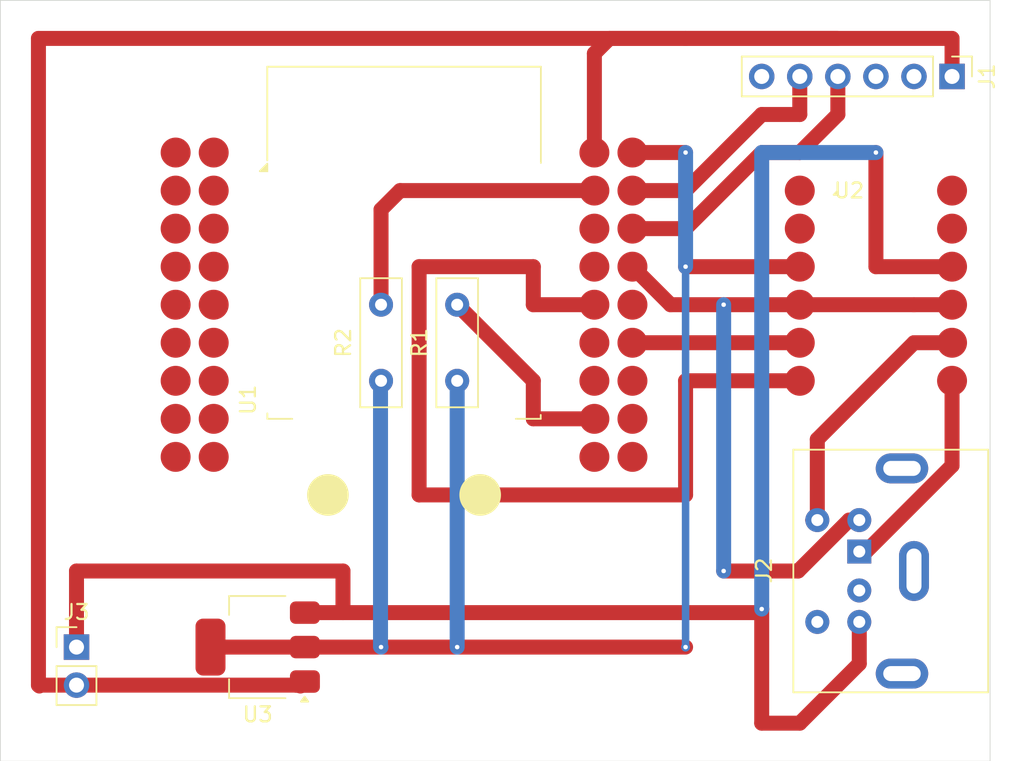
<source format=kicad_pcb>
(kicad_pcb (version 20221018) (generator pcbnew)
  (layers (0 "F.Cu" signal) (31 "B.Cu" signal) (34 "B.Paste" user) (35 "F.Paste" user) (36 "B.SilkS" user "B.Silkscreen") (37 "F.SilkS" user "F.Silkscreen") (38 "B.Mask" user) (39 "F.Mask" user) (44 "Edge.Cuts" user))
  (net 0 "")
  (net 1 "GND")
  (net 3 "Net-(J1-RX)")
  (net 4 "+3V3")
  (net 6 "Net-(J1-TX)")
  (net 35 "Net-(U1-IO19)")
  (net 36 "Net-(U1-IO18)")
  (net 41 "+5V")
  (net 44 "Net-(U2-HV4)")
  (net 45 "Net-(U2-HW3)")
  (net 46 "Net-(U1-IO00)")
  (net 47 "Net-(U1-EN)")
  (footprint "LocalLibrary:LevelConverter" (layer "F.Cu") (at 76.2 38.1)
    (fp_text reference "U2" (at -1.79 -5.08) (layer "F.SilkS"))
    (fp_text value "LevelConverter")
    (fp_poly (pts (xy -2.54 -4.8) (xy -2.82 -4.8) (xy -2.54 -5.08) (xy -2.54 -4.8)) (stroke (width 0.12)) (fill solid) (layer "F.SilkS"))
    (pad "1" smd circle (at -5.08 -5.08 270) (size 2 2) (layers "F.Cu" "F.Paste" "F.Mask"))
    (pad "2" smd circle (at -5.08 -2.54 270) (size 2 2) (layers "F.Cu" "F.Paste" "F.Mask"))
    (pad "3" smd circle (at -5.08 0 270) (size 2 2) (layers "F.Cu" "F.Paste" "F.Mask") (net 4 "+3V3"))
    (pad "4" smd circle (at -5.08 2.54 270) (size 2 2) (layers "F.Cu" "F.Paste" "F.Mask") (net 1 "GND"))
    (pad "5" smd circle (at -5.08 5.08 270) (size 2 2) (layers "F.Cu" "F.Paste" "F.Mask") (net 36 "Net-(U1-IO18)"))
    (pad "6" smd circle (at -5.08 7.62 270) (size 2 2) (layers "F.Cu" "F.Paste" "F.Mask") (net 35 "Net-(U1-IO19)"))
    (pad "7" smd circle (at 5.08 -5.08 270) (size 2 2) (layers "F.Cu" "F.Paste" "F.Mask"))
    (pad "8" smd circle (at 5.08 -2.54 270) (size 2 2) (layers "F.Cu" "F.Paste" "F.Mask"))
    (pad "9" smd circle (at 5.08 0 270) (size 2 2) (layers "F.Cu" "F.Paste" "F.Mask") (net 41 "+5V"))
    (pad "10" smd circle (at 5.08 2.54 270) (size 2 2) (layers "F.Cu" "F.Paste" "F.Mask") (net 1 "GND"))
    (pad "11" smd circle (at 5.08 5.08) (size 2 2) (layers "F.Cu" "F.Paste" "F.Mask") (net 45 "Net-(U2-HW3)"))
    (pad "12" smd circle (at 5.08 7.62) (size 2 2) (layers "F.Cu" "F.Paste" "F.Mask") (net 44 "Net-(U2-HV4)"))
  )
  (footprint "Package_TO_SOT_SMD:SOT-223-3_TabPin2" (layer "F.Cu") (at 34.95 63.5 180)
    (fp_text reference "U3" (at 0 -4.5) (layer "F.SilkS"))
    (fp_text value "AP1117-33")
    (fp_line (start -1.85 -3.41) (end 1.91 -3.41) (stroke (width 0.12)) (layer "F.SilkS"))
    (fp_line (start -1.85 3.41) (end 1.91 3.41) (stroke (width 0.12)) (layer "F.SilkS"))
    (fp_line (start 1.91 -3.41) (end 1.91 -2.15) (stroke (width 0.12)) (layer "F.SilkS"))
    (fp_line (start 1.91 3.41) (end 1.91 2.15) (stroke (width 0.12)) (layer "F.SilkS"))
    (fp_poly (pts (xy -3.13 -3.31) (xy -3.37 -3.64) (xy -2.89 -3.64) (xy -3.13 -3.31)) (stroke (width 0.12)) (fill solid) (layer "F.SilkS"))
    (pad "1" smd roundrect (at -3.15 -2.3 180) (size 2 1.5) (layers "F.Cu" "F.Paste" "F.Mask") (net 1 "GND"))
    (pad "2" smd roundrect (at -3.15 0 180) (size 2 1.5) (layers "F.Cu" "F.Paste" "F.Mask") (net 4 "+3V3"))
    (pad "2" smd roundrect (at 3.15 0 180) (size 2 3.8) (layers "F.Cu" "F.Paste" "F.Mask") (net 4 "+3V3"))
    (pad "3" smd roundrect (at -3.15 2.3 180) (size 2 1.5) (layers "F.Cu" "F.Paste" "F.Mask") (net 41 "+5V"))
  )
  (footprint "Resistor_THT:R_Box_L8.4mm_W2.5mm_P5.08mm" (layer "F.Cu") (at 43.18 45.72 90)
    (fp_text reference "R2" (at 2.54 -2.52 90) (layer "F.SilkS"))
    (fp_text value "R")
    (fp_line (start -1.77 -1.39) (end -1.77 1.39) (stroke (width 0.12)) (layer "F.SilkS"))
    (fp_line (start -1.77 -1.39) (end 6.85 -1.39) (stroke (width 0.12)) (layer "F.SilkS"))
    (fp_line (start -1.77 1.39) (end 6.85 1.39) (stroke (width 0.12)) (layer "F.SilkS"))
    (fp_line (start 6.85 -1.39) (end 6.85 1.39) (stroke (width 0.12)) (layer "F.SilkS"))
    (pad "1" thru_hole circle (at 0 0 90) (size 1.6 1.6) (drill 0.8) (layers "*.Cu" "*.Mask") (net 4 "+3V3"))
    (pad "2" thru_hole circle (at 5.08 0 90) (size 1.6 1.6) (drill 0.8) (layers "*.Cu" "*.Mask") (net 47 "Net-(U1-EN)"))
  )
  (footprint "LocalLibrary:Connector_Mini-DIN_Female_6Pin_2rows" (layer "F.Cu") (at 75.09 57.12 90)
    (fp_text reference "J2" (at -1.27 -6.35 90) (layer "F.SilkS"))
    (fp_text value "Mini-DIN-6")
    (fp_line (start -9.4 -4.4) (end -9.4 8.6) (stroke (width 0.12)) (layer "F.SilkS"))
    (fp_line (start -9.4 -4.4) (end 6.8 -4.4) (stroke (width 0.12)) (layer "F.SilkS"))
    (fp_line (start -9.4 8.6) (end 6.8 8.6) (stroke (width 0.12)) (layer "F.SilkS"))
    (fp_line (start 6.8 -4.4) (end 6.8 8.6) (stroke (width 0.12)) (layer "F.SilkS"))
    (pad "1" thru_hole rect (at 0 0 90) (size 1.6 1.6) (drill 0.8) (layers "*.Cu" "*.Mask") (net 44 "Net-(U2-HV4)"))
    (pad "2" thru_hole circle (at -2.6 0 90) (size 1.6 1.6) (drill 0.8) (layers "*.Cu" "*.Mask"))
    (pad "3" thru_hole circle (at 2.1 0 90) (size 1.6 1.6) (drill 0.8) (layers "*.Cu" "*.Mask") (net 1 "GND"))
    (pad "4" thru_hole circle (at -4.7 0 90) (size 1.6 1.6) (drill 0.8) (layers "*.Cu" "*.Mask") (net 41 "+5V"))
    (pad "5" thru_hole circle (at 2.1 -2.8 90) (size 1.6 1.6) (drill 0.8) (layers "*.Cu" "*.Mask") (net 45 "Net-(U2-HW3)"))
    (pad "6" thru_hole circle (at -4.7 -2.8 90) (size 1.6 1.6) (drill 0.8) (layers "*.Cu" "*.Mask"))
    (pad "7" thru_hole oval (at -8.15 2.85 90) (size 2 3.5) (drill oval 1 2.5) (layers "*.Cu" "*.Mask"))
    (pad "7" thru_hole oval (at -1.3 3.65 90) (size 4 2) (drill oval 3 1) (layers "*.Cu" "*.Mask"))
    (pad "7" thru_hole oval (at 5.55 2.85 90) (size 2 3.5) (drill oval 1 2.5) (layers "*.Cu" "*.Mask"))
  )
  (footprint "Resistor_THT:R_Box_L8.4mm_W2.5mm_P5.08mm" (layer "F.Cu") (at 48.26 45.72 90)
    (fp_text reference "R1" (at 2.54 -2.52 90) (layer "F.SilkS"))
    (fp_text value "R")
    (fp_line (start -1.77 -1.39) (end -1.77 1.39) (stroke (width 0.12)) (layer "F.SilkS"))
    (fp_line (start -1.77 -1.39) (end 6.85 -1.39) (stroke (width 0.12)) (layer "F.SilkS"))
    (fp_line (start -1.77 1.39) (end 6.85 1.39) (stroke (width 0.12)) (layer "F.SilkS"))
    (fp_line (start 6.85 -1.39) (end 6.85 1.39) (stroke (width 0.12)) (layer "F.SilkS"))
    (pad "1" thru_hole circle (at 0 0 90) (size 1.6 1.6) (drill 0.8) (layers "*.Cu" "*.Mask") (net 4 "+3V3"))
    (pad "2" thru_hole circle (at 5.08 0 90) (size 1.6 1.6) (drill 0.8) (layers "*.Cu" "*.Mask") (net 46 "Net-(U1-IO00)"))
  )
  (footprint "LocalLibrary:PinHeader_1x02_P2.54mm_Vertical" (layer "F.Cu") (at 22.86 63.5)
    (fp_text reference "J3" (at 0 -2.33) (layer "F.SilkS"))
    (fp_text value "USB3_A")
    (fp_line (start -1.33 -1.33) (end 0 -1.33) (stroke (width 0.12)) (layer "F.SilkS"))
    (fp_line (start -1.33 0) (end -1.33 -1.33) (stroke (width 0.12)) (layer "F.SilkS"))
    (fp_line (start -1.33 1.27) (end -1.33 3.87) (stroke (width 0.12)) (layer "F.SilkS"))
    (fp_line (start -1.33 1.27) (end 1.33 1.27) (stroke (width 0.12)) (layer "F.SilkS"))
    (fp_line (start -1.33 3.87) (end 1.33 3.87) (stroke (width 0.12)) (layer "F.SilkS"))
    (fp_line (start 1.33 1.27) (end 1.33 3.87) (stroke (width 0.12)) (layer "F.SilkS"))
    (pad "1" thru_hole rect (at 0 0) (size 1.7 1.7) (drill 1) (layers "*.Cu" "*.Mask") (net 41 "+5V"))
    (pad "4" thru_hole oval (at 0 2.54) (size 1.7 1.7) (drill 1) (layers "*.Cu" "*.Mask") (net 1 "GND"))
  )
  (footprint "Connector_PinHeader_2.54mm:PinHeader_1x06_P2.54mm_Vertical" (layer "F.Cu") (at 81.28 25.4 -90)
    (fp_text reference "J1" (at 0 -2.33 90) (layer "F.SilkS"))
    (fp_text value "Conn_01x06")
    (fp_line (start -1.33 -1.33) (end 0 -1.33) (stroke (width 0.12)) (layer "F.SilkS"))
    (fp_line (start -1.33 0) (end -1.33 -1.33) (stroke (width 0.12)) (layer "F.SilkS"))
    (fp_line (start -1.33 1.27) (end -1.33 14.03) (stroke (width 0.12)) (layer "F.SilkS"))
    (fp_line (start -1.33 1.27) (end 1.33 1.27) (stroke (width 0.12)) (layer "F.SilkS"))
    (fp_line (start -1.33 14.03) (end 1.33 14.03) (stroke (width 0.12)) (layer "F.SilkS"))
    (fp_line (start 1.33 1.27) (end 1.33 14.03) (stroke (width 0.12)) (layer "F.SilkS"))
    (pad "1" thru_hole rect (at 0 0 270) (size 1.7 1.7) (drill 1) (layers "*.Cu" "*.Mask") (net 1 "GND"))
    (pad "2" thru_hole oval (at 0 2.54 270) (size 1.7 1.7) (drill 1) (layers "*.Cu" "*.Mask"))
    (pad "3" thru_hole oval (at 0 5.08 270) (size 1.7 1.7) (drill 1) (layers "*.Cu" "*.Mask"))
    (pad "4" thru_hole oval (at 0 7.62 270) (size 1.7 1.7) (drill 1) (layers "*.Cu" "*.Mask") (net 6 "Net-(J1-TX)"))
    (pad "5" thru_hole oval (at 0 10.16 270) (size 1.7 1.7) (drill 1) (layers "*.Cu" "*.Mask") (net 3 "Net-(J1-RX)"))
    (pad "6" thru_hole oval (at 0 12.7 270) (size 1.7 1.7) (drill 1) (layers "*.Cu" "*.Mask"))
  )
  (footprint "LocalLibrary:ESP32-S2-WROVER" (layer "F.Cu") (at 44.715 40.64)
    (fp_text reference "U1" (at -10.41 6.35 90) (layer "F.SilkS"))
    (fp_text value "ESP32-S2-WROVER")
    (fp_line (start -9.125 -15.89) (end 9.13 -15.89) (stroke (width 0.12)) (layer "F.SilkS"))
    (fp_line (start -9.125 -9.64) (end -9.125 -15.89) (stroke (width 0.12)) (layer "F.SilkS"))
    (fp_line (start -9.12 7.26) (end -9.12 7.62) (stroke (width 0.12)) (layer "F.SilkS"))
    (fp_line (start -9.12 7.62) (end -7.46 7.62) (stroke (width 0.12)) (layer "F.SilkS"))
    (fp_line (start 9.12 7.36) (end 9.12 7.62) (stroke (width 0.12)) (layer "F.SilkS"))
    (fp_line (start 9.12 7.62) (end 7.46 7.62) (stroke (width 0.12)) (layer "F.SilkS"))
    (fp_line (start 9.13 -9.47) (end 9.13 -15.89) (stroke (width 0.12)) (layer "F.SilkS"))
    (fp_circle (center -5.08 12.7) (end -3.740334 12.7) (stroke (width 0.1)) (fill solid) (layer "F.SilkS"))
    (fp_circle (center 5.08 12.7) (end 6.419666 12.7) (stroke (width 0.1)) (fill solid) (layer "F.SilkS"))
    (fp_poly (pts (xy -9.125 -8.915) (xy -9.625 -8.915) (xy -9.125 -9.415) (xy -9.125 -8.915)) (stroke (width 0.12)) (fill solid) (layer "F.SilkS"))
    (pad "1" smd circle (at -15.24 -10.16) (size 2 2) (layers "F.Cu" "F.Paste" "F.Mask"))
    (pad "2" smd circle (at -15.24 -7.62) (size 2 2) (layers "F.Cu" "F.Paste" "F.Mask"))
    (pad "3" smd circle (at -15.24 -5.08) (size 2 2) (layers "F.Cu" "F.Paste" "F.Mask"))
    (pad "4" smd circle (at -15.24 -2.54) (size 2 2) (layers "F.Cu" "F.Paste" "F.Mask"))
    (pad "5" smd circle (at -15.24 0) (size 2 2) (layers "F.Cu" "F.Paste" "F.Mask"))
    (pad "6" smd circle (at -15.24 2.54) (size 2 2) (layers "F.Cu" "F.Paste" "F.Mask"))
    (pad "7" smd circle (at -15.24 5.08) (size 2 2) (layers "F.Cu" "F.Paste" "F.Mask"))
    (pad "8" smd circle (at -15.24 7.62) (size 2 2) (layers "F.Cu" "F.Paste" "F.Mask"))
    (pad "9" smd circle (at -15.24 10.16) (size 2 2) (layers "F.Cu" "F.Paste" "F.Mask"))
    (pad "10" smd circle (at -12.7 -10.16) (size 2 2) (layers "F.Cu" "F.Paste" "F.Mask"))
    (pad "11" smd circle (at -12.7 -7.62) (size 2 2) (layers "F.Cu" "F.Paste" "F.Mask"))
    (pad "12" smd circle (at -12.7 -5.08) (size 2 2) (layers "F.Cu" "F.Paste" "F.Mask"))
    (pad "13" smd circle (at -12.7 -2.54) (size 2 2) (layers "F.Cu" "F.Paste" "F.Mask"))
    (pad "14" smd circle (at -12.7 0) (size 2 2) (layers "F.Cu" "F.Paste" "F.Mask"))
    (pad "15" smd circle (at -12.7 2.54) (size 2 2) (layers "F.Cu" "F.Paste" "F.Mask"))
    (pad "16" smd circle (at -12.7 5.08) (size 2 2) (layers "F.Cu" "F.Paste" "F.Mask"))
    (pad "17" smd circle (at -12.7 7.62) (size 2 2) (layers "F.Cu" "F.Paste" "F.Mask"))
    (pad "18" smd circle (at -12.7 10.16) (size 2 2) (layers "F.Cu" "F.Paste" "F.Mask"))
    (pad "19" smd circle (at 12.7 -10.16) (size 2 2) (layers "F.Cu" "F.Paste" "F.Mask") (net 1 "GND"))
    (pad "20" smd circle (at 12.7 -7.62) (size 2 2) (layers "F.Cu" "F.Paste" "F.Mask") (net 47 "Net-(U1-EN)"))
    (pad "21" smd circle (at 12.7 -5.08) (size 2 2) (layers "F.Cu" "F.Paste" "F.Mask"))
    (pad "22" smd circle (at 12.7 -2.54) (size 2 2) (layers "F.Cu" "F.Paste" "F.Mask"))
    (pad "23" smd circle (at 12.7 0) (size 2 2) (layers "F.Cu" "F.Paste" "F.Mask") (net 35 "Net-(U1-IO19)"))
    (pad "24" smd circle (at 12.7 2.54) (size 2 2) (layers "F.Cu" "F.Paste" "F.Mask"))
    (pad "25" smd circle (at 12.7 5.08) (size 2 2) (layers "F.Cu" "F.Paste" "F.Mask"))
    (pad "26" smd circle (at 12.7 7.62) (size 2 2) (layers "F.Cu" "F.Paste" "F.Mask") (net 46 "Net-(U1-IO00)"))
    (pad "27" smd circle (at 12.7 10.16) (size 2 2) (layers "F.Cu" "F.Paste" "F.Mask"))
    (pad "28" smd circle (at 15.24 -10.16) (size 2 2) (layers "F.Cu" "F.Paste" "F.Mask") (net 4 "+3V3"))
    (pad "29" smd circle (at 15.24 -7.62) (size 2 2) (layers "F.Cu" "F.Paste" "F.Mask") (net 3 "Net-(J1-RX)"))
    (pad "30" smd circle (at 15.24 -5.08) (size 2 2) (layers "F.Cu" "F.Paste" "F.Mask") (net 6 "Net-(J1-TX)"))
    (pad "31" smd circle (at 15.24 -2.54) (size 2 2) (layers "F.Cu" "F.Paste" "F.Mask") (net 1 "GND"))
    (pad "32" smd circle (at 15.24 0) (size 2 2) (layers "F.Cu" "F.Paste" "F.Mask"))
    (pad "33" smd circle (at 15.24 2.54) (size 2 2) (layers "F.Cu" "F.Paste" "F.Mask") (net 36 "Net-(U1-IO18)"))
    (pad "34" smd circle (at 15.24 5.08) (size 2 2) (layers "F.Cu" "F.Paste" "F.Mask"))
    (pad "35" smd circle (at 15.24 7.62) (size 2 2) (layers "F.Cu" "F.Paste" "F.Mask"))
    (pad "36" smd circle (at 15.24 10.16) (size 2 2) (layers "F.Cu" "F.Paste" "F.Mask"))
  )
  (gr_rect (start 17.78 20.32) (end 83.82 71.12) (stroke (width 0.05)) (fill none) (layer "Edge.Cuts"))
  (segment (start 59.955 38.1) (end 62.495 40.64) (width 1) (layer "F.Cu") (net 1))
  (segment (start 71.011321 58.42) (end 66.04 58.42) (width 1) (layer "F.Cu") (net 1))
  (segment (start 20.32 66.04) (end 20.38 66.1) (width 1) (layer "F.Cu") (net 1))
  (segment (start 20.32 22.86) (end 20.32 66.04) (width 1) (layer "F.Cu") (net 1))
  (segment (start 75.09 55.02) (end 74.411321 55.02) (width 1) (layer "F.Cu") (net 1))
  (segment (start 57.415 30.48) (end 57.415 23.865) (width 1) (layer "F.Cu") (net 1))
  (segment (start 74.411321 55.02) (end 71.011321 58.42) (width 1) (layer "F.Cu") (net 1))
  (segment (start 62.495 40.64) (end 66.04 40.64) (width 1) (layer "F.Cu") (net 1))
  (segment (start 81.28 22.86) (end 20.32 22.86) (width 1) (layer "F.Cu") (net 1))
  (segment (start 81.28 25.4) (end 81.28 22.86) (width 1) (layer "F.Cu") (net 1))
  (segment (start 57.415 23.865) (end 58.42 22.86) (width 1) (layer "F.Cu") (net 1))
  (segment (start 78.74 40.64) (end 81.28 40.64) (width 1) (layer "F.Cu") (net 1))
  (segment (start 37.8 66.1) (end 38.1 65.8) (width 1) (layer "F.Cu") (net 1))
  (segment (start 66.04 40.64) (end 78.74 40.64) (width 1) (layer "F.Cu") (net 1))
  (segment (start 20.38 66.04) (end 37.8 66.04) (width 1) (layer "F.Cu") (net 1))
  (segment (start 63.5 22.86) (end 73.66 22.86) (width 1) (layer "F.Cu") (net 1))
  (segment (start 58.42 22.86) (end 63.5 22.86) (width 1) (layer "F.Cu") (net 1))
  (via (at 66.04 40.64) (size 0.6) (drill 0.3) (layers "F.Cu" "B.Cu") (net 1))
  (via (at 66.04 58.42) (size 0.6) (drill 0.3) (layers "F.Cu" "B.Cu") (net 1))
  (segment (start 66.04 40.64) (end 66.04 58.42) (width 1) (layer "B.Cu") (net 1))
  (segment (start 71.12 27.94) (end 71.12 25.4) (width 1) (layer "F.Cu") (net 3))
  (segment (start 63.5 33.02) (end 68.58 27.94) (width 1) (layer "F.Cu") (net 3))
  (segment (start 59.955 33.02) (end 63.5 33.02) (width 1) (layer "F.Cu") (net 3))
  (segment (start 68.58 27.94) (end 71.12 27.94) (width 1) (layer "F.Cu") (net 3))
  (segment (start 63.5 38.1) (end 71.12 38.1) (width 1) (layer "F.Cu") (net 4))
  (segment (start 38.1 63.5) (end 63.5 63.5) (width 1) (layer "F.Cu") (net 4))
  (segment (start 63.5 30.48) (end 59.955 30.48) (width 1) (layer "F.Cu") (net 4))
  (segment (start 38.1 63.5) (end 31.8 63.5) (width 1) (layer "F.Cu") (net 4))
  (via (at 63.5 38.1) (size 0.6) (drill 0.3) (layers "F.Cu" "B.Cu") (net 4))
  (via (at 63.5 30.48) (size 0.6) (drill 0.3) (layers "F.Cu" "B.Cu") (net 4))
  (via (at 63.5 63.5) (size 0.6) (drill 0.3) (layers "F.Cu" "B.Cu") (net 4))
  (via (at 43.18 63.5) (size 0.6) (drill 0.3) (layers "F.Cu" "B.Cu") (net 4))
  (via (at 48.26 63.5) (size 0.6) (drill 0.3) (layers "F.Cu" "B.Cu") (net 4))
  (segment (start 48.26 45.72) (end 48.26 63.5) (width 1) (layer "B.Cu") (net 4))
  (segment (start 43.145 63.465) (end 43.18 63.5) (width 1) (layer "B.Cu") (net 4))
  (segment (start 63.5 38.1) (end 63.5 30.48) (width 1) (layer "B.Cu") (net 4))
  (segment (start 43.145 45.72) (end 43.145 63.465) (width 1) (layer "B.Cu") (net 4))
  (segment (start 63.5 63.5) (end 63.5 38.1) (width 0.5) (layer "B.Cu") (net 4))
  (segment (start 71.12 30.48) (end 73.66 27.94) (width 1) (layer "F.Cu") (net 6))
  (segment (start 73.66 27.94) (end 73.66 25.4) (width 1) (layer "F.Cu") (net 6))
  (segment (start 68.58 30.48) (end 71.12 30.48) (width 1) (layer "F.Cu") (net 6))
  (segment (start 59.955 35.56) (end 63.5 35.56) (width 1) (layer "F.Cu") (net 6))
  (segment (start 63.5 35.56) (end 68.58 30.48) (width 1) (layer "F.Cu") (net 6))
  (segment (start 53.34 40.64) (end 53.34 38.1) (width 1) (layer "F.Cu") (net 35))
  (segment (start 45.72 53.34) (end 63.5 53.34) (width 1) (layer "F.Cu") (net 35))
  (segment (start 63.5 53.34) (end 63.5 45.72) (width 1) (layer "F.Cu") (net 35))
  (segment (start 63.5 45.72) (end 71.12 45.72) (width 1) (layer "F.Cu") (net 35))
  (segment (start 45.72 38.1) (end 45.72 53.34) (width 1) (layer "F.Cu") (net 35))
  (segment (start 53.34 38.1) (end 45.72 38.1) (width 1) (layer "F.Cu") (net 35))
  (segment (start 57.415 40.64) (end 53.34 40.64) (width 1) (layer "F.Cu") (net 35))
  (segment (start 59.955 43.18) (end 71.12 43.18) (width 1) (layer "F.Cu") (net 36))
  (segment (start 68.34 61.2) (end 40.64 61.2) (width 1) (layer "F.Cu") (net 41))
  (segment (start 71.12 68.58) (end 68.58 68.58) (width 1) (layer "F.Cu") (net 41))
  (segment (start 68.58 60.96) (end 68.34 61.2) (width 1) (layer "F.Cu") (net 41))
  (segment (start 81.28 38.1) (end 76.2 38.1) (width 1) (layer "F.Cu") (net 41))
  (segment (start 68.58 68.58) (end 68.58 60.96) (width 1) (layer "F.Cu") (net 41))
  (segment (start 76.2 38.1) (end 76.2 30.48) (width 1) (layer "F.Cu") (net 41))
  (segment (start 71.12 68.58) (end 75.09 64.61) (width 1) (layer "F.Cu") (net 41))
  (segment (start 22.86 58.42) (end 40.64 58.42) (width 1) (layer "F.Cu") (net 41))
  (segment (start 22.86 63.5) (end 22.86 58.42) (width 1) (layer "F.Cu") (net 41))
  (segment (start 75.09 64.61) (end 75.09 61.82) (width 1) (layer "F.Cu") (net 41))
  (segment (start 40.64 58.42) (end 40.64 61.2) (width 1) (layer "F.Cu") (net 41))
  (segment (start 40.64 61.2) (end 38.1 61.2) (width 1) (layer "F.Cu") (net 41))
  (via (at 68.58 60.96) (size 0.6) (drill 0.3) (layers "F.Cu" "B.Cu") (net 41))
  (via (at 76.2 30.48) (size 0.6) (drill 0.3) (layers "F.Cu" "B.Cu") (net 41))
  (segment (start 68.58 30.48) (end 76.2 30.48) (width 1) (layer "B.Cu") (net 41))
  (segment (start 68.58 60.96) (end 68.58 30.48) (width 1) (layer "B.Cu") (net 41))
  (segment (start 75.09 57.12) (end 75.544163 57.12) (width 1) (layer "F.Cu") (net 44))
  (segment (start 75.544163 57.12) (end 81.28 51.384163) (width 1) (layer "F.Cu") (net 44))
  (segment (start 81.28 51.384163) (end 81.28 45.72) (width 1) (layer "F.Cu") (net 44))
  (segment (start 72.29 49.63) (end 78.74 43.18) (width 1) (layer "F.Cu") (net 45))
  (segment (start 78.74 43.18) (end 81.28 43.18) (width 1) (layer "F.Cu") (net 45))
  (segment (start 72.29 55.02) (end 72.29 49.63) (width 1) (layer "F.Cu") (net 45))
  (segment (start 71.98 55.02) (end 72.55 55.02) (width 1) (layer "F.Cu") (net 45))
  (segment (start 53.34 48.26) (end 53.34 45.72) (width 1) (layer "F.Cu") (net 46))
  (segment (start 57.415 48.26) (end 53.34 48.26) (width 1) (layer "F.Cu") (net 46))
  (segment (start 53.34 45.72) (end 48.26 40.64) (width 1) (layer "F.Cu") (net 46))
  (segment (start 43.18 34.29) (end 43.18 40.64) (width 1) (layer "F.Cu") (net 47))
  (segment (start 44.45 33.02) (end 43.18 34.29) (width 1) (layer "F.Cu") (net 47))
  (segment (start 57.415 33.02) (end 44.45 33.02) (width 1) (layer "F.Cu") (net 47))
)
</source>
